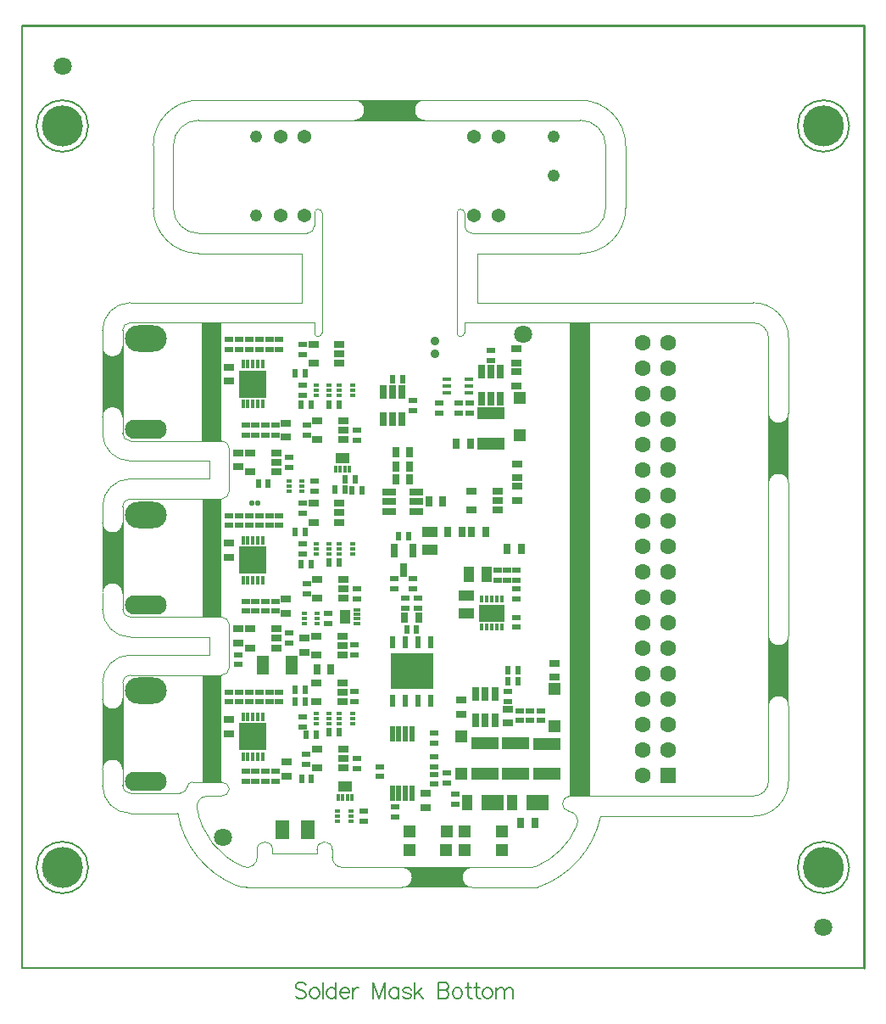
<source format=gbs>
G04*
G04 #@! TF.GenerationSoftware,Altium Limited,Altium Designer,18.1.9 (240)*
G04*
G04 Layer_Color=16711935*
%FSLAX25Y25*%
%MOIN*%
G70*
G01*
G75*
%ADD10C,0.01000*%
%ADD13C,0.00118*%
%ADD14C,0.00504*%
%ADD15C,0.00158*%
%ADD16C,0.00787*%
%ADD49C,0.00799*%
%ADD50C,0.00197*%
%ADD51C,0.07087*%
%ADD52R,0.02756X0.04331*%
%ADD53R,0.04134X0.06496*%
%ADD62R,0.03347X0.02362*%
%ADD65R,0.04724X0.04724*%
%ADD80R,0.02362X0.03347*%
%ADD81R,0.04331X0.02756*%
%ADD83R,0.06496X0.04134*%
%ADD84R,0.11024X0.04921*%
%ADD85C,0.05394*%
%ADD86C,0.15787*%
%ADD87R,0.06299X0.06299*%
%ADD88C,0.06299*%
%ADD89C,0.04894*%
%ADD90O,0.16394X0.10394*%
%ADD91O,0.16394X0.07594*%
%ADD92C,0.03543*%
%ADD93C,0.02165*%
%ADD145R,0.09055X0.05906*%
%ADD146R,0.03937X0.05906*%
%ADD147R,0.05394X0.07394*%
%ADD148R,0.01575X0.03051*%
%ADD149R,0.09843X0.06890*%
%ADD150R,0.02756X0.05315*%
%ADD151R,0.03740X0.01772*%
%ADD152R,0.05709X0.04331*%
%ADD153R,0.01378X0.03150*%
%ADD154R,0.10827X0.10827*%
%ADD155R,0.01378X0.03740*%
%ADD156R,0.02362X0.01575*%
%ADD157R,0.02362X0.04724*%
%ADD158R,0.16535X0.14173*%
%ADD159R,0.02165X0.06102*%
%ADD160R,0.03150X0.01378*%
%ADD161R,0.04331X0.05709*%
%ADD162R,0.04724X0.04724*%
%ADD163R,0.02756X0.05512*%
%ADD164R,0.05118X0.07480*%
%ADD165R,0.04331X0.02756*%
%ADD166R,0.05315X0.02756*%
G36*
X158117Y340514D02*
X158130Y340502D01*
X157141Y340357D01*
X156551Y340160D01*
X155763Y339766D01*
X155173Y339176D01*
X154779Y338585D01*
X154385Y337798D01*
X154188Y336420D01*
X154385Y335239D01*
X155173Y333959D01*
X155665Y333566D01*
X156354Y333073D01*
X157338Y332680D01*
X158130Y332640D01*
X130544D01*
X131255Y332680D01*
X131944Y332877D01*
X132633Y333270D01*
X133322Y333763D01*
X133814Y334353D01*
X134208Y335140D01*
X134405Y335829D01*
X134503Y336617D01*
X134405Y337404D01*
X134110Y338290D01*
X133322Y339373D01*
X132732Y339865D01*
X132043Y340259D01*
X131255Y340455D01*
X130544Y340514D01*
X158117Y340514D01*
D02*
G37*
G36*
X39375Y216064D02*
X39335Y216775D01*
X39138Y217464D01*
X38745Y218153D01*
X38252Y218842D01*
X37662Y219334D01*
X36875Y219728D01*
X36186Y219924D01*
X35398Y220023D01*
X34611Y219924D01*
X33725Y219629D01*
X32642Y218842D01*
X32150Y218251D01*
X31756Y217562D01*
X31560Y216775D01*
X31501Y216064D01*
X31501Y243637D01*
X31513Y243649D01*
X31658Y242661D01*
X31855Y242070D01*
X32249Y241283D01*
X32839Y240692D01*
X33430Y240299D01*
X34217Y239905D01*
X35595Y239708D01*
X36776Y239905D01*
X38056Y240692D01*
X38449Y241184D01*
X38941Y241873D01*
X39335Y242858D01*
X39375Y243649D01*
Y216064D01*
D02*
G37*
G36*
X301229Y189965D02*
X301189Y190676D01*
X300992Y191365D01*
X300599Y192054D01*
X300107Y192743D01*
X299516Y193235D01*
X298729Y193629D01*
X298040Y193825D01*
X297252Y193924D01*
X296465Y193825D01*
X295579Y193530D01*
X294496Y192743D01*
X294004Y192152D01*
X293611Y191463D01*
X293414Y190676D01*
X293355Y189965D01*
X293355Y217537D01*
X293367Y217550D01*
X293512Y216562D01*
X293709Y215971D01*
X294103Y215184D01*
X294693Y214593D01*
X295284Y214199D01*
X296071Y213806D01*
X297449Y213609D01*
X298630Y213806D01*
X299910Y214593D01*
X300304Y215085D01*
X300796Y215774D01*
X301189Y216758D01*
X301229Y217550D01*
Y189965D01*
D02*
G37*
G36*
X70556Y253055D02*
X78227D01*
X78214Y206645D01*
X70556D01*
Y253055D01*
X70556Y253055D01*
D02*
G37*
G36*
X39375Y146844D02*
X39335Y147555D01*
X39138Y148244D01*
X38745Y148933D01*
X38252Y149622D01*
X37662Y150114D01*
X36875Y150508D01*
X36186Y150704D01*
X35398Y150803D01*
X34611Y150704D01*
X33725Y150409D01*
X32642Y149622D01*
X32150Y149031D01*
X31756Y148342D01*
X31560Y147555D01*
X31501Y146844D01*
X31501Y174417D01*
X31513Y174429D01*
X31658Y173441D01*
X31855Y172850D01*
X32249Y172063D01*
X32839Y171472D01*
X33430Y171078D01*
X34217Y170685D01*
X35595Y170488D01*
X36776Y170685D01*
X38056Y171472D01*
X38449Y171964D01*
X38941Y172653D01*
X39335Y173637D01*
X39375Y174429D01*
Y146844D01*
D02*
G37*
G36*
X70871Y183835D02*
X78227D01*
X78214Y137425D01*
X70871Y137425D01*
Y183835D01*
X70871Y183835D01*
D02*
G37*
G36*
X301229Y102560D02*
X301189Y103271D01*
X300992Y103960D01*
X300599Y104649D01*
X300107Y105338D01*
X299516Y105830D01*
X298729Y106223D01*
X298040Y106420D01*
X297252Y106519D01*
X296465Y106420D01*
X295579Y106125D01*
X294496Y105338D01*
X294004Y104747D01*
X293611Y104058D01*
X293414Y103271D01*
X293355Y102560D01*
X293355Y130132D01*
X293367Y130145D01*
X293512Y129156D01*
X293709Y128566D01*
X294103Y127778D01*
X294693Y127188D01*
X295284Y126794D01*
X296071Y126400D01*
X297449Y126204D01*
X298630Y126400D01*
X299910Y127188D01*
X300304Y127680D01*
X300796Y128369D01*
X301189Y129353D01*
X301229Y130145D01*
Y102560D01*
D02*
G37*
G36*
X39375Y77624D02*
X39335Y78335D01*
X39138Y79024D01*
X38745Y79713D01*
X38252Y80402D01*
X37662Y80894D01*
X36875Y81287D01*
X36186Y81484D01*
X35398Y81583D01*
X34611Y81484D01*
X33725Y81189D01*
X32642Y80402D01*
X32150Y79811D01*
X31756Y79122D01*
X31560Y78335D01*
X31501Y77624D01*
X31501Y105197D01*
X31513Y105209D01*
X31658Y104221D01*
X31855Y103630D01*
X32249Y102843D01*
X32839Y102252D01*
X33430Y101858D01*
X34217Y101465D01*
X35595Y101268D01*
X36776Y101465D01*
X38056Y102252D01*
X38449Y102744D01*
X38941Y103433D01*
X39335Y104417D01*
X39375Y105209D01*
Y77624D01*
D02*
G37*
G36*
X78214Y72595D02*
X70871Y72595D01*
Y114615D01*
X78227D01*
X78214Y72595D01*
D02*
G37*
G36*
X223132Y67055D02*
X223123Y67045D01*
X215093D01*
Y253055D01*
X223132D01*
Y67055D01*
D02*
G37*
G36*
X176872Y39059D02*
X176885Y39046D01*
X175896Y38901D01*
X175305Y38705D01*
X174518Y38311D01*
X173927Y37720D01*
X173534Y37130D01*
X173140Y36342D01*
X172943Y34964D01*
X173140Y33783D01*
X173927Y32504D01*
X174420Y32110D01*
X175109Y31618D01*
X176093Y31224D01*
X176885Y31185D01*
X149299D01*
X150010Y31224D01*
X150699Y31421D01*
X151388Y31815D01*
X152077Y32307D01*
X152569Y32897D01*
X152963Y33685D01*
X153160Y34374D01*
X153258Y35161D01*
X153160Y35949D01*
X152865Y36834D01*
X152077Y37917D01*
X151487Y38409D01*
X150798Y38803D01*
X150010Y39000D01*
X149299Y39059D01*
X176872Y39059D01*
D02*
G37*
D10*
X0Y369767D02*
X330709D01*
Y-311D02*
Y369767D01*
D13*
X322854Y39026D02*
G03*
X322854Y39026I-7894J0D01*
G01*
X23642D02*
G03*
X23642Y39026I-7894J0D01*
G01*
Y330365D02*
G03*
X23642Y330365I-7894J0D01*
G01*
X69337Y332640D02*
G03*
X59337Y322640I0J-10000D01*
G01*
X130544Y332640D02*
G03*
X130544Y340514I0J3937D01*
G01*
X158130D02*
G03*
X158130Y332640I0J-3937D01*
G01*
X31501Y243643D02*
G03*
X39375Y243643I3937J0D01*
G01*
Y216057D02*
G03*
X31501Y216057I-3937J0D01*
G01*
X39375Y146837D02*
G03*
X31501Y146837I-3937J0D01*
G01*
Y174423D02*
G03*
X39375Y174423I3937J0D01*
G01*
Y77617D02*
G03*
X31501Y77617I-3937J0D01*
G01*
Y105203D02*
G03*
X39375Y105203I3937J0D01*
G01*
X301229Y189965D02*
G03*
X293355Y189965I-3937J0D01*
G01*
Y217550D02*
G03*
X301229Y217550I3937J0D01*
G01*
Y102560D02*
G03*
X293355Y102560I-3937J0D01*
G01*
Y130145D02*
G03*
X301229Y130145I3937J0D01*
G01*
X176885Y39059D02*
G03*
X176885Y31185I0J-3937D01*
G01*
X149299D02*
G03*
X149299Y39059I0J3937D01*
G01*
X322859Y330398D02*
G03*
X322859Y330398I-7894J0D01*
G01*
X23646D02*
G03*
X23646Y330398I-7894J0D01*
G01*
X293355Y247055D02*
G03*
X287355Y253055I-6000J0D01*
G01*
Y67055D02*
G03*
X293355Y73055I0J6000D01*
G01*
X215337Y67055D02*
G03*
X215093Y67045I0J-3000D01*
G01*
X42375Y253055D02*
G03*
X39375Y250055I0J-3000D01*
G01*
Y209645D02*
G03*
X42375Y206645I3000J0D01*
G01*
X59337Y298140D02*
G03*
X69337Y288140I10000J0D01*
G01*
X111837D02*
G03*
X114837Y291140I0J3000D01*
G01*
X173837Y296140D02*
G03*
X170837Y296140I-1500J0D01*
G01*
X173837Y291140D02*
G03*
X176837Y288140I3000J-0D01*
G01*
X229337Y322640D02*
G03*
X219337Y332640I-10000J0D01*
G01*
X117837Y296140D02*
G03*
X114837Y296140I-1500J0D01*
G01*
X69337Y332640D02*
G03*
X59337Y322640I0J-10000D01*
G01*
X219337Y288140D02*
G03*
X229337Y298140I-0J10000D01*
G01*
X98337Y46055D02*
G03*
X92337Y46055I-3000J0D01*
G01*
X86799Y39362D02*
G03*
X92337Y43055I1539J3692D01*
G01*
X68694Y62439D02*
G03*
X86799Y39362I29643J4615D01*
G01*
X72646Y67055D02*
G03*
X68694Y62439I0J-4000D01*
G01*
X78337Y67055D02*
G03*
X81328Y69825I0J3000D01*
G01*
D02*
G03*
X78337Y72595I-2991J-230D01*
G01*
X170837Y249118D02*
G03*
X173837Y249118I1500J0D01*
G01*
X214932Y67027D02*
G03*
X214921Y61084I405J-2973D01*
G01*
X81337Y134425D02*
G03*
X78337Y137425I-3000J0D01*
G01*
Y183835D02*
G03*
X81337Y186835I0J3000D01*
G01*
X78337Y114615D02*
G03*
X81337Y117615I0J3000D01*
G01*
Y203645D02*
G03*
X78337Y206645I-3000J0D01*
G01*
X200347Y39059D02*
G03*
X201887Y39367I0J4000D01*
G01*
X121837Y43059D02*
G03*
X125837Y39059I4000J0D01*
G01*
X218062Y55595D02*
G03*
X214921Y61084I-3697J1528D01*
G01*
X201887Y39367D02*
G03*
X218062Y55595I-11550J27688D01*
G01*
X121837Y46055D02*
G03*
X115837Y46055I-3000J0D01*
G01*
X114837Y249118D02*
G03*
X117837Y249118I1500J0D01*
G01*
X66809Y72595D02*
G03*
X64854Y70855I0J-1969D01*
G01*
X61875Y68205D02*
G03*
X64854Y70855I0J3000D01*
G01*
X39375Y71205D02*
G03*
X42375Y68205I3000J0D01*
G01*
Y114615D02*
G03*
X39375Y111615I0J-3000D01*
G01*
X42375Y183835D02*
G03*
X39375Y180835I0J-3000D01*
G01*
Y140425D02*
G03*
X42375Y137425I3000J0D01*
G01*
X51463Y298140D02*
G03*
X69337Y280266I17874J0D01*
G01*
Y340514D02*
G03*
X51463Y322640I0J-17874D01*
G01*
X237211D02*
G03*
X219337Y340514I-17874J0D01*
G01*
Y280266D02*
G03*
X237211Y298140I-0J17874D01*
G01*
X42375Y260929D02*
G03*
X31501Y250055I0J-10874D01*
G01*
Y209645D02*
G03*
X42375Y198771I10874J0D01*
G01*
Y191709D02*
G03*
X31501Y180835I0J-10874D01*
G01*
Y140425D02*
G03*
X42375Y129551I10874J0D01*
G01*
Y122489D02*
G03*
X31501Y111615I0J-10874D01*
G01*
Y71205D02*
G03*
X42375Y60331I10874J0D01*
G01*
X61065D02*
G03*
X83770Y32094I37272J6724D01*
G01*
X83770Y32094D02*
G03*
X88650Y31185I4567J10961D01*
G01*
X202494Y31185D02*
G03*
X227384Y59181I-12157J35870D01*
G01*
X287355D02*
G03*
X301229Y73055I0J13874D01*
G01*
Y247055D02*
G03*
X287355Y260929I-13874J0D01*
G01*
X59337Y322640D02*
X59337D01*
X238236Y67055D02*
X287355D01*
X238236Y253055D02*
X287355D01*
X293355Y73055D02*
Y102570D01*
X215337Y67055D02*
X223132D01*
X215093Y253055D02*
X223132D01*
X78214Y72595D02*
X78227D01*
X78214Y114615D02*
X78227D01*
X78214Y137425D02*
X78227D01*
X78214Y183835D02*
X78227D01*
X78214Y206645D02*
X78227D01*
X78214Y253055D02*
X114837D01*
X117837Y251874D02*
Y252679D01*
X170837Y251874D02*
Y252679D01*
X173837Y253055D02*
X215093D01*
X214932Y67027D02*
X215093Y67045D01*
X70871Y114615D02*
X72649D01*
X70871Y72595D02*
X72649D01*
X170837Y292867D02*
Y292873D01*
X117837Y292867D02*
Y292873D01*
X170837Y284827D02*
Y292867D01*
X117837Y284827D02*
Y292867D01*
X72649Y72595D02*
X78214D01*
X72649Y114615D02*
X78214D01*
X70871Y137425D02*
X72649D01*
X70871Y183835D02*
X72649D01*
X70871Y253055D02*
X72649D01*
X70871Y206645D02*
X72649D01*
Y137425D02*
X78214D01*
X72649Y183835D02*
X78214D01*
X170837Y257368D02*
Y262504D01*
X117837Y257368D02*
Y262504D01*
X233133Y67055D02*
X238236D01*
X223132Y253055D02*
X238236D01*
X72649Y206645D02*
X78214D01*
X72649Y253055D02*
X78214D01*
X117837Y252679D02*
Y257368D01*
X170837Y252679D02*
Y257368D01*
Y267194D02*
Y284827D01*
X117837Y267194D02*
Y284827D01*
Y262504D02*
Y267194D01*
X170837Y262504D02*
Y267194D01*
X42375Y253055D02*
X70871D01*
X42375Y206645D02*
X70871D01*
X223132Y67055D02*
X233133D01*
X173837Y291140D02*
Y296140D01*
X170837Y292873D02*
Y296140D01*
X69337Y288140D02*
X111837D01*
X59337Y298140D02*
Y322640D01*
X114837Y291140D02*
Y296140D01*
X117837Y292873D02*
Y296140D01*
X69337Y332641D02*
X130553D01*
X229337Y298140D02*
Y322640D01*
X176837Y288140D02*
X219337D01*
X92337Y43055D02*
Y46055D01*
X72646Y67055D02*
X78337D01*
X78227Y72595D02*
X78337D01*
X78227Y114615D02*
X78337D01*
X170837Y249118D02*
Y251874D01*
X173837Y249118D02*
Y253055D01*
X115837Y44413D02*
Y46055D01*
X98337Y44413D02*
X115837D01*
X98337D02*
Y46055D01*
X78227Y206645D02*
X78337D01*
X78227Y253055D02*
X114837Y253055D01*
X81337Y117615D02*
Y134425D01*
X78227Y137425D02*
X78337D01*
X78227Y183835D02*
X78337D01*
X125837Y39059D02*
X149312D01*
X114837Y249118D02*
Y253055D01*
X81337Y186835D02*
Y203645D01*
X117837Y249118D02*
Y251874D01*
X121837Y43059D02*
Y46055D01*
X42375Y114615D02*
X70871D01*
X66809Y72595D02*
X70871D01*
X42375Y68205D02*
X61875D01*
X39375Y71205D02*
Y77617D01*
X42375Y183835D02*
X70871D01*
X42375Y137425D02*
X70871D01*
X39375Y140425D02*
Y146837D01*
X69337Y280266D02*
X109963D01*
X51463Y298140D02*
Y322640D01*
X69337Y340514D02*
X130544D01*
X237211Y298140D02*
Y322640D01*
X178711Y280266D02*
X219337D01*
X109963Y260929D02*
Y280266D01*
X178711Y260929D02*
Y280266D01*
X42375Y260929D02*
X109963D01*
X31501Y209645D02*
Y216064D01*
X42375Y198771D02*
X73463D01*
Y191709D02*
Y198771D01*
X42375Y191709D02*
X73463D01*
X31501Y140425D02*
Y146844D01*
X42375Y129551D02*
X73463D01*
Y122489D02*
Y129551D01*
X42375Y122489D02*
X73463D01*
X31501Y71205D02*
Y77624D01*
X42375Y60331D02*
X61065D01*
X88024Y31185D02*
X149299D01*
X227384Y59181D02*
X287355D01*
X301229Y73055D02*
Y102560D01*
X178711Y260929D02*
X287355D01*
X117837Y262504D02*
Y267194D01*
X293355Y217540D02*
Y247055D01*
Y130135D02*
Y189975D01*
X176872Y39059D02*
X200347D01*
X31501Y105196D02*
Y111615D01*
Y174416D02*
Y180835D01*
Y243636D02*
Y250055D01*
X158121Y332641D02*
X219337D01*
X39375Y174423D02*
Y180835D01*
Y243643D02*
Y250055D01*
Y105203D02*
Y111615D01*
X176885Y31185D02*
X202494D01*
X158130Y340514D02*
X219337D01*
X301229Y217550D02*
Y247055D01*
Y130145D02*
Y189965D01*
X39375Y209645D02*
Y216057D01*
D14*
X0Y-312D02*
X330709D01*
X0Y-311D02*
Y369768D01*
D15*
X215337Y67055D02*
G03*
X215093Y67045I0J-3000D01*
G01*
X218062Y55595D02*
G03*
X214921Y61084I-3697J1528D01*
G01*
X201887Y39367D02*
G03*
X218062Y55595I-11550J27688D01*
G01*
X200347Y39059D02*
G03*
X201887Y39367I0J4000D01*
G01*
X121837Y43059D02*
G03*
X125837Y39059I4000J0D01*
G01*
X121837Y46055D02*
G03*
X115837Y46055I-3000J0D01*
G01*
X98337D02*
G03*
X92337Y46055I-3000J0D01*
G01*
X86799Y39362D02*
G03*
X92337Y43055I1539J3692D01*
G01*
X68694Y62439D02*
G03*
X86799Y39362I29643J4615D01*
G01*
X72646Y67055D02*
G03*
X68694Y62439I0J-4000D01*
G01*
X78337Y67055D02*
G03*
X81328Y69825I0J3000D01*
G01*
D02*
G03*
X78337Y72595I-2991J-230D01*
G01*
Y114615D02*
G03*
X81337Y117615I0J3000D01*
G01*
Y134425D02*
G03*
X78337Y137425I-3000J0D01*
G01*
Y183835D02*
G03*
X81337Y186835I0J3000D01*
G01*
Y203645D02*
G03*
X78337Y206645I-3000J0D01*
G01*
X114837Y249118D02*
G03*
X117837Y249118I1500J0D01*
G01*
X170837D02*
G03*
X173837Y249118I1500J0D01*
G01*
X215093Y67045D02*
G03*
X214921Y61084I244J-2990D01*
G01*
X39375Y71205D02*
G03*
X42375Y68205I3000J0D01*
G01*
Y114615D02*
G03*
X39375Y111615I0J-3000D01*
G01*
X66809Y72595D02*
G03*
X64854Y70855I0J-1969D01*
G01*
X61875Y68205D02*
G03*
X64854Y70855I0J3000D01*
G01*
X117837Y296140D02*
G03*
X114837Y296140I-1500J0D01*
G01*
X111837Y288140D02*
G03*
X114837Y291140I0J3000D01*
G01*
X229337Y322640D02*
G03*
X219337Y332640I-10000J0D01*
G01*
X173837Y291140D02*
G03*
X176837Y288140I3000J0D01*
G01*
X173837Y296140D02*
G03*
X170837Y296140I-1500J0D01*
G01*
X59337Y298140D02*
G03*
X69337Y288140I10000J0D01*
G01*
Y332640D02*
G03*
X59337Y322640I0J-10000D01*
G01*
X219337Y288140D02*
G03*
X229337Y298140I0J10000D01*
G01*
X42375Y183835D02*
G03*
X39375Y180835I0J-3000D01*
G01*
Y140425D02*
G03*
X42375Y137425I3000J0D01*
G01*
X39375Y209645D02*
G03*
X42375Y206645I3000J0D01*
G01*
Y253055D02*
G03*
X39375Y250055I0J-3000D01*
G01*
X293355Y247055D02*
G03*
X287355Y253055I-6000J0D01*
G01*
Y67055D02*
G03*
X293355Y73055I0J6000D01*
G01*
X215337Y67055D02*
X223132D01*
X215093Y253055D02*
X223132D01*
X125837Y39059D02*
X200347D01*
X121837Y43059D02*
Y46055D01*
X115837Y44413D02*
Y46055D01*
X98337Y44413D02*
X115837D01*
X98337D02*
Y46055D01*
X92337Y43055D02*
Y46055D01*
X72646Y67055D02*
X78337D01*
X78214Y72595D02*
X78337D01*
X78214Y114615D02*
X78337D01*
X81337Y117615D02*
Y134425D01*
X78214Y137425D02*
X78337D01*
X78214Y183835D02*
X78337D01*
X81337Y186835D02*
Y203645D01*
X78214Y206645D02*
X78337D01*
X78214Y253055D02*
X114837D01*
Y249118D02*
Y253055D01*
X117837Y249118D02*
Y252679D01*
X170837Y249118D02*
Y252679D01*
X173837Y249118D02*
Y253055D01*
X215093D01*
X42375Y68205D02*
X61875D01*
X39375Y71205D02*
Y111615D01*
X42375Y114615D02*
X72649D01*
X66809Y72595D02*
X72649D01*
X114837Y291140D02*
Y296140D01*
X69337Y288140D02*
X111837D01*
X69337Y332640D02*
X219337D01*
X229337Y298140D02*
Y322640D01*
X173837Y291140D02*
Y296140D01*
X170837Y292867D02*
Y296140D01*
X59337Y298140D02*
Y322640D01*
X117837Y292867D02*
Y296140D01*
X176837Y288140D02*
X219337D01*
X42375Y183835D02*
X72649D01*
X39375Y140425D02*
Y180835D01*
X42375Y137425D02*
X72649D01*
X42375Y253055D02*
X72649D01*
X42375Y206645D02*
X72649D01*
Y137425D02*
X78214D01*
X72649Y183835D02*
X78214D01*
X170837Y252679D02*
Y257368D01*
X117837Y252679D02*
Y257368D01*
X72649Y206645D02*
X78214D01*
X72649Y253055D02*
X78214D01*
X72649Y72595D02*
X78214D01*
X72649Y114615D02*
X78214D01*
X170837Y257368D02*
Y262504D01*
X117837Y257368D02*
Y262504D01*
X170837Y284827D02*
Y292867D01*
X117837Y284827D02*
Y292867D01*
X170837Y267194D02*
Y284827D01*
X117837Y267194D02*
Y284827D01*
X293355Y73055D02*
Y247055D01*
X223132Y253055D02*
X287355D01*
X223132Y67055D02*
X287355D01*
X117837Y262504D02*
Y267194D01*
X170837Y262504D02*
Y267194D01*
X39375Y209645D02*
Y250055D01*
D16*
X111585Y-7102D02*
X110985Y-6502D01*
X110085Y-6202D01*
X108886D01*
X107986Y-6502D01*
X107386Y-7102D01*
Y-7702D01*
X107686Y-8301D01*
X107986Y-8601D01*
X108586Y-8901D01*
X110385Y-9501D01*
X110985Y-9801D01*
X111285Y-10101D01*
X111585Y-10701D01*
Y-11600D01*
X110985Y-12200D01*
X110085Y-12500D01*
X108886D01*
X107986Y-12200D01*
X107386Y-11600D01*
X114494Y-8301D02*
X113894Y-8601D01*
X113294Y-9201D01*
X112995Y-10101D01*
Y-10701D01*
X113294Y-11600D01*
X113894Y-12200D01*
X114494Y-12500D01*
X115394D01*
X115993Y-12200D01*
X116593Y-11600D01*
X116893Y-10701D01*
Y-10101D01*
X116593Y-9201D01*
X115993Y-8601D01*
X115394Y-8301D01*
X114494D01*
X118273Y-6202D02*
Y-12500D01*
X123191Y-6202D02*
Y-12500D01*
Y-9201D02*
X122591Y-8601D01*
X121991Y-8301D01*
X121092D01*
X120492Y-8601D01*
X119892Y-9201D01*
X119592Y-10101D01*
Y-10701D01*
X119892Y-11600D01*
X120492Y-12200D01*
X121092Y-12500D01*
X121991D01*
X122591Y-12200D01*
X123191Y-11600D01*
X124870Y-10101D02*
X128469D01*
Y-9501D01*
X128169Y-8901D01*
X127869Y-8601D01*
X127270Y-8301D01*
X126370D01*
X125770Y-8601D01*
X125170Y-9201D01*
X124870Y-10101D01*
Y-10701D01*
X125170Y-11600D01*
X125770Y-12200D01*
X126370Y-12500D01*
X127270D01*
X127869Y-12200D01*
X128469Y-11600D01*
X129819Y-8301D02*
Y-12500D01*
Y-10101D02*
X130119Y-9201D01*
X130718Y-8601D01*
X131318Y-8301D01*
X132218D01*
X137736Y-6202D02*
Y-12500D01*
Y-6202D02*
X140135Y-12500D01*
X142534Y-6202D02*
X140135Y-12500D01*
X142534Y-6202D02*
Y-12500D01*
X147933Y-8301D02*
Y-12500D01*
Y-9201D02*
X147333Y-8601D01*
X146733Y-8301D01*
X145833D01*
X145234Y-8601D01*
X144634Y-9201D01*
X144334Y-10101D01*
Y-10701D01*
X144634Y-11600D01*
X145234Y-12200D01*
X145833Y-12500D01*
X146733D01*
X147333Y-12200D01*
X147933Y-11600D01*
X152911Y-9201D02*
X152611Y-8601D01*
X151711Y-8301D01*
X150812D01*
X149912Y-8601D01*
X149612Y-9201D01*
X149912Y-9801D01*
X150512Y-10101D01*
X152011Y-10401D01*
X152611Y-10701D01*
X152911Y-11300D01*
Y-11600D01*
X152611Y-12200D01*
X151711Y-12500D01*
X150812D01*
X149912Y-12200D01*
X149612Y-11600D01*
X154230Y-6202D02*
Y-12500D01*
X157229Y-8301D02*
X154230Y-11300D01*
X155430Y-10101D02*
X157529Y-12500D01*
X163467Y-6202D02*
Y-12500D01*
Y-6202D02*
X166166D01*
X167066Y-6502D01*
X167366Y-6802D01*
X167666Y-7402D01*
Y-8002D01*
X167366Y-8601D01*
X167066Y-8901D01*
X166166Y-9201D01*
X163467D02*
X166166D01*
X167066Y-9501D01*
X167366Y-9801D01*
X167666Y-10401D01*
Y-11300D01*
X167366Y-11900D01*
X167066Y-12200D01*
X166166Y-12500D01*
X163467D01*
X170575Y-8301D02*
X169975Y-8601D01*
X169375Y-9201D01*
X169075Y-10101D01*
Y-10701D01*
X169375Y-11600D01*
X169975Y-12200D01*
X170575Y-12500D01*
X171475D01*
X172074Y-12200D01*
X172674Y-11600D01*
X172974Y-10701D01*
Y-10101D01*
X172674Y-9201D01*
X172074Y-8601D01*
X171475Y-8301D01*
X170575D01*
X175253Y-6202D02*
Y-11300D01*
X175553Y-12200D01*
X176153Y-12500D01*
X176753D01*
X174354Y-8301D02*
X176453D01*
X178552Y-6202D02*
Y-11300D01*
X178852Y-12200D01*
X179452Y-12500D01*
X180052D01*
X177653Y-8301D02*
X179752D01*
X182451D02*
X181851Y-8601D01*
X181251Y-9201D01*
X180951Y-10101D01*
Y-10701D01*
X181251Y-11600D01*
X181851Y-12200D01*
X182451Y-12500D01*
X183351D01*
X183950Y-12200D01*
X184550Y-11600D01*
X184850Y-10701D01*
Y-10101D01*
X184550Y-9201D01*
X183950Y-8601D01*
X183351Y-8301D01*
X182451D01*
X186230D02*
Y-12500D01*
Y-9501D02*
X187129Y-8601D01*
X187729Y-8301D01*
X188629D01*
X189229Y-8601D01*
X189529Y-9501D01*
Y-12500D01*
Y-9501D02*
X190428Y-8601D01*
X191028Y-8301D01*
X191928D01*
X192527Y-8601D01*
X192827Y-9501D01*
Y-12500D01*
D49*
X325059Y39026D02*
G03*
X325059Y39026I-10138J0D01*
G01*
X25846D02*
G03*
X25846Y39026I-10138J0D01*
G01*
Y330365D02*
G03*
X25846Y330365I-10138J0D01*
G01*
X325059D02*
G03*
X325059Y330365I-10138J0D01*
G01*
D50*
X61875Y68205D02*
G03*
X64854Y70855I0J3000D01*
G01*
X66809Y72595D02*
G03*
X64854Y70855I0J-1969D01*
G01*
X81328Y69825D02*
G03*
X78337Y72595I-2991J-230D01*
G01*
Y67055D02*
G03*
X81328Y69825I0J3000D01*
G01*
X72646Y67055D02*
G03*
X68694Y62439I0J-4000D01*
G01*
Y62439D02*
G03*
X86799Y39362I29643J4615D01*
G01*
D02*
G03*
X92337Y43055I1539J3692D01*
G01*
X98337Y46055D02*
G03*
X92337Y46055I-3000J0D01*
G01*
X121837D02*
G03*
X115837Y46055I-3000J0D01*
G01*
X121837Y43059D02*
G03*
X125837Y39059I4000J0D01*
G01*
X200347D02*
G03*
X201887Y39367I0J4000D01*
G01*
X201887D02*
G03*
X218062Y55595I-11550J27688D01*
G01*
D02*
G03*
X214921Y61084I-3697J1528D01*
G01*
X215093Y67045D02*
G03*
X214921Y61084I244J-2990D01*
G01*
X215337Y67055D02*
G03*
X215093Y67045I0J-3000D01*
G01*
X287355Y67055D02*
G03*
X293355Y73055I0J6000D01*
G01*
Y247055D02*
G03*
X287355Y253055I-6000J0D01*
G01*
X170837Y249118D02*
G03*
X173837Y249118I1500J0D01*
G01*
Y296140D02*
G03*
X170837Y296140I-1500J0D01*
G01*
X173837Y291140D02*
G03*
X176837Y288140I3000J0D01*
G01*
X219337D02*
G03*
X229337Y298140I0J10000D01*
G01*
Y322640D02*
G03*
X219337Y332640I-10000J0D01*
G01*
X69337D02*
G03*
X59337Y322640I0J-10000D01*
G01*
Y298140D02*
G03*
X69337Y288140I10000J0D01*
G01*
X111837D02*
G03*
X114837Y291140I0J3000D01*
G01*
X117837Y296140D02*
G03*
X114837Y296140I-1500J0D01*
G01*
Y249118D02*
G03*
X117837Y249118I1500J0D01*
G01*
X42375Y253055D02*
G03*
X39375Y250055I0J-3000D01*
G01*
Y209645D02*
G03*
X42375Y206645I3000J0D01*
G01*
X81337Y203645D02*
G03*
X78337Y206645I-3000J0D01*
G01*
Y183835D02*
G03*
X81337Y186835I0J3000D01*
G01*
X42375Y183835D02*
G03*
X39375Y180835I0J-3000D01*
G01*
Y140425D02*
G03*
X42375Y137425I3000J0D01*
G01*
X81337Y134425D02*
G03*
X78337Y137425I-3000J0D01*
G01*
Y114615D02*
G03*
X81337Y117615I0J3000D01*
G01*
X42375Y114615D02*
G03*
X39375Y111615I0J-3000D01*
G01*
Y71205D02*
G03*
X42375Y68205I3000J0D01*
G01*
Y68205D02*
X61875D01*
Y68205D01*
X64854Y70855D02*
X64854D01*
X66809Y72595D02*
Y72595D01*
Y72595D02*
X78337D01*
X72646Y67055D02*
X78337D01*
X68694Y62439D02*
Y62439D01*
X92337Y43055D02*
Y46055D01*
X92337D01*
X98337Y44413D02*
Y46055D01*
Y44413D02*
X115837D01*
Y46055D01*
X121837Y43059D02*
Y46055D01*
Y43059D02*
X121837D01*
X125837Y39059D02*
X200347D01*
X201887Y39367D02*
X201887D01*
X215337Y67055D02*
Y67055D01*
X287355D01*
X293355Y73055D02*
Y247055D01*
X287355Y253055D02*
Y253055D01*
X173837D02*
X287355D01*
X173837Y249118D02*
Y253055D01*
X170837Y249118D02*
X170837D01*
X170837D02*
Y296140D01*
X170837D01*
X173837Y291140D02*
Y296140D01*
X176837Y288140D02*
X219337D01*
X229337Y298140D02*
Y322640D01*
X69337Y332640D02*
X219337D01*
X59337Y298140D02*
Y322640D01*
X69337Y288140D02*
X111837D01*
X114837Y291140D02*
Y296140D01*
X117837Y249118D02*
Y296140D01*
X114837Y249118D02*
Y253055D01*
X42375D02*
X114837D01*
X42375Y253055D02*
Y253055D01*
X39375Y209645D02*
Y250055D01*
X42375Y206645D02*
X78337D01*
Y206645D02*
Y206645D01*
X81337Y203645D02*
X81337D01*
Y186835D02*
Y203645D01*
X81337Y186835D02*
X81337D01*
X42375Y183835D02*
X78337D01*
X39375Y140425D02*
Y180835D01*
X42375Y137425D02*
X78337D01*
X81337Y134425D02*
X81337D01*
Y117615D02*
Y134425D01*
X81337Y117615D02*
X81337D01*
X78337Y114615D02*
Y114615D01*
X42375Y114615D02*
X78337D01*
X39375Y71205D02*
Y111615D01*
D51*
X196850Y248672D02*
D03*
X78740Y50837D02*
D03*
X15748Y353987D02*
D03*
X314961Y15404D02*
D03*
D52*
X159754Y182722D02*
D03*
X165266D02*
D03*
X152274Y191532D02*
D03*
X146762D02*
D03*
Y196502D02*
D03*
X152274D02*
D03*
X146762Y202309D02*
D03*
X152274D02*
D03*
X170581Y205655D02*
D03*
X176093D02*
D03*
X201487Y56384D02*
D03*
X195975D02*
D03*
X121270Y117014D02*
D03*
X115758D02*
D03*
X190660Y164317D02*
D03*
X196172D02*
D03*
X182195Y170899D02*
D03*
X176683D02*
D03*
X167235Y170813D02*
D03*
X172747D02*
D03*
X150305Y137315D02*
D03*
X155817D02*
D03*
D53*
X175510Y154081D02*
D03*
X182597D02*
D03*
D62*
X81318Y246502D02*
D03*
Y242565D02*
D03*
X85246Y242565D02*
D03*
Y246502D02*
D03*
X89183Y242565D02*
D03*
Y246502D02*
D03*
X93120D02*
D03*
Y242565D02*
D03*
X97057Y246502D02*
D03*
Y242565D02*
D03*
X100995D02*
D03*
Y246502D02*
D03*
X110148Y240596D02*
D03*
Y244533D02*
D03*
Y224651D02*
D03*
Y228588D02*
D03*
X87707Y208904D02*
D03*
Y212841D02*
D03*
X91645D02*
D03*
Y208904D02*
D03*
X95582Y212841D02*
D03*
Y208904D02*
D03*
X99519Y212841D02*
D03*
Y208904D02*
D03*
X104833Y196305D02*
D03*
Y200242D02*
D03*
X81318Y177302D02*
D03*
Y173365D02*
D03*
X85246D02*
D03*
Y177302D02*
D03*
X89183Y173364D02*
D03*
Y177301D02*
D03*
X93120Y177309D02*
D03*
Y173372D02*
D03*
X97057D02*
D03*
Y177309D02*
D03*
X100995D02*
D03*
Y173372D02*
D03*
X110149Y178187D02*
D03*
Y182124D02*
D03*
X110148Y162242D02*
D03*
Y166179D02*
D03*
X111723Y150439D02*
D03*
Y146502D02*
D03*
X87707Y139704D02*
D03*
Y143641D02*
D03*
X91645D02*
D03*
Y139704D02*
D03*
X95582Y143641D02*
D03*
Y139704D02*
D03*
X99519Y143641D02*
D03*
Y139704D02*
D03*
X104833Y127104D02*
D03*
Y131041D02*
D03*
X84853Y118746D02*
D03*
Y122683D02*
D03*
X81318Y108002D02*
D03*
Y104065D02*
D03*
X85246D02*
D03*
Y108002D02*
D03*
X89183Y104065D02*
D03*
Y108002D02*
D03*
X93120D02*
D03*
Y104065D02*
D03*
X97058Y104065D02*
D03*
Y108002D02*
D03*
X100995Y108002D02*
D03*
Y104065D02*
D03*
X110050Y94238D02*
D03*
Y98175D02*
D03*
X111526Y83411D02*
D03*
Y79474D02*
D03*
X131408Y77885D02*
D03*
Y81822D02*
D03*
X87707Y72978D02*
D03*
Y76915D02*
D03*
X91644D02*
D03*
Y72978D02*
D03*
X95581Y76915D02*
D03*
Y72978D02*
D03*
X99518Y76915D02*
D03*
Y72978D02*
D03*
X134164Y57329D02*
D03*
Y61266D02*
D03*
X146664Y62759D02*
D03*
Y58822D02*
D03*
X140463Y78687D02*
D03*
Y74750D02*
D03*
X130621Y108214D02*
D03*
Y104277D02*
D03*
X130621Y122552D02*
D03*
Y126489D02*
D03*
X120286Y134986D02*
D03*
Y138923D02*
D03*
X131408Y144527D02*
D03*
Y148463D02*
D03*
X146172Y152506D02*
D03*
Y148569D02*
D03*
X153652Y152506D02*
D03*
Y148569D02*
D03*
X150601Y144927D02*
D03*
Y140990D02*
D03*
X155621Y144927D02*
D03*
Y140990D02*
D03*
X114889Y186955D02*
D03*
Y190892D02*
D03*
X111723Y212840D02*
D03*
Y208903D02*
D03*
X131408Y206936D02*
D03*
Y210873D02*
D03*
X184164Y238136D02*
D03*
Y242073D02*
D03*
X175798Y217565D02*
D03*
Y221502D02*
D03*
X171565D02*
D03*
Y217565D02*
D03*
X163979Y221502D02*
D03*
Y217565D02*
D03*
X153553Y218451D02*
D03*
Y222388D02*
D03*
X186829Y152014D02*
D03*
Y155951D02*
D03*
X190471Y152014D02*
D03*
Y155951D02*
D03*
X194113D02*
D03*
Y152014D02*
D03*
Y144435D02*
D03*
Y148372D02*
D03*
X194211Y133411D02*
D03*
Y137348D02*
D03*
X190857Y104277D02*
D03*
Y108214D02*
D03*
X195384Y100636D02*
D03*
Y96699D02*
D03*
X199617Y100636D02*
D03*
Y96699D02*
D03*
X203750D02*
D03*
Y100636D02*
D03*
X161920Y91777D02*
D03*
Y87840D02*
D03*
Y78687D02*
D03*
Y82624D02*
D03*
Y75636D02*
D03*
Y71699D02*
D03*
X167038Y72329D02*
D03*
Y76266D02*
D03*
X170187Y67762D02*
D03*
Y63825D02*
D03*
D65*
X166644Y45754D02*
D03*
X152077D02*
D03*
X152176Y53234D02*
D03*
X166743D02*
D03*
X188396D02*
D03*
X173829D02*
D03*
X173829Y45754D02*
D03*
X188396D02*
D03*
D80*
X145483Y230852D02*
D03*
X149420D02*
D03*
X107195Y233214D02*
D03*
X111132D02*
D03*
X109602Y220714D02*
D03*
X113540D02*
D03*
X120679Y221010D02*
D03*
X124617D02*
D03*
X96664Y189809D02*
D03*
X92727D02*
D03*
X107195Y170805D02*
D03*
X111132D02*
D03*
X109656Y158305D02*
D03*
X113593D02*
D03*
X120679Y158707D02*
D03*
X124617D02*
D03*
X111132Y108805D02*
D03*
X107195D02*
D03*
Y104163D02*
D03*
X111132D02*
D03*
X115561Y91088D02*
D03*
X111624D02*
D03*
X120679Y92073D02*
D03*
X124617D02*
D03*
X109754Y73766D02*
D03*
X113691D02*
D03*
X151093Y132591D02*
D03*
X155030D02*
D03*
X126782Y187447D02*
D03*
X122845D02*
D03*
X126782Y191532D02*
D03*
X130719D02*
D03*
X129636Y187348D02*
D03*
X133573D02*
D03*
X151880Y169336D02*
D03*
X147943D02*
D03*
X194794Y116384D02*
D03*
X190857D02*
D03*
X194794Y112348D02*
D03*
X190857D02*
D03*
D81*
X172648Y99258D02*
D03*
Y104770D02*
D03*
X110935Y129120D02*
D03*
Y123608D02*
D03*
X81309Y235675D02*
D03*
Y230163D02*
D03*
X103652Y208117D02*
D03*
Y213629D02*
D03*
X84951Y196502D02*
D03*
Y202014D02*
D03*
X81309Y166474D02*
D03*
Y160962D02*
D03*
X103652Y138916D02*
D03*
Y144428D02*
D03*
X84951Y127301D02*
D03*
Y132812D02*
D03*
X81309Y97175D02*
D03*
Y91663D02*
D03*
X103750Y74947D02*
D03*
Y80458D02*
D03*
X158573Y62644D02*
D03*
Y68155D02*
D03*
X194105Y237348D02*
D03*
Y242860D02*
D03*
Y228195D02*
D03*
Y233707D02*
D03*
X194498Y192158D02*
D03*
Y197670D02*
D03*
Y183202D02*
D03*
Y188714D02*
D03*
X190857Y101325D02*
D03*
Y95813D02*
D03*
X209262Y113825D02*
D03*
Y119336D02*
D03*
D83*
X174526Y138923D02*
D03*
Y146010D02*
D03*
X160050Y170813D02*
D03*
Y163726D02*
D03*
D84*
X193924Y87742D02*
D03*
Y75931D02*
D03*
X181900Y87742D02*
D03*
Y75931D02*
D03*
X206309Y87644D02*
D03*
Y75832D02*
D03*
X184164Y205655D02*
D03*
Y217466D02*
D03*
D85*
X101532Y295227D02*
D03*
X111031D02*
D03*
Y326231D02*
D03*
X101532D02*
D03*
X177630D02*
D03*
Y295227D02*
D03*
X187130D02*
D03*
Y326231D02*
D03*
D86*
X314961Y39026D02*
D03*
X15748D02*
D03*
Y330365D02*
D03*
X314961D02*
D03*
D87*
X254006Y75055D02*
D03*
D88*
X244006D02*
D03*
X254006Y85055D02*
D03*
X244006D02*
D03*
X254006Y95055D02*
D03*
X244006D02*
D03*
X254006Y105055D02*
D03*
X244006D02*
D03*
X254006Y115055D02*
D03*
X244006D02*
D03*
X254006Y125055D02*
D03*
Y135055D02*
D03*
X244006D02*
D03*
X254006Y145055D02*
D03*
X244006D02*
D03*
X254006Y155055D02*
D03*
X244006D02*
D03*
X254006Y165055D02*
D03*
X244006D02*
D03*
X254006Y175055D02*
D03*
X244006D02*
D03*
X254006Y185055D02*
D03*
X244006D02*
D03*
X254006Y195055D02*
D03*
X244006D02*
D03*
X254006Y205055D02*
D03*
X244006D02*
D03*
X254006Y215055D02*
D03*
X244006D02*
D03*
X254006Y225055D02*
D03*
X244006D02*
D03*
X254006Y235055D02*
D03*
X244006D02*
D03*
X254006Y245055D02*
D03*
X244006D02*
D03*
Y125055D02*
D03*
D89*
X208888Y310763D02*
D03*
X92032Y295227D02*
D03*
X208882Y326231D02*
D03*
X92032D02*
D03*
D90*
X48538Y108463D02*
D03*
Y177663D02*
D03*
X48471Y246939D02*
D03*
D91*
X48538Y72862D02*
D03*
Y142062D02*
D03*
X48471Y211339D02*
D03*
D92*
X162344Y245891D02*
D03*
Y240891D02*
D03*
D93*
X92431Y182209D02*
D03*
X90266D02*
D03*
D145*
X184853Y64514D02*
D03*
X202520D02*
D03*
D146*
X174813D02*
D03*
X192481D02*
D03*
D147*
X112089Y54022D02*
D03*
X102085D02*
D03*
D148*
X188518Y144435D02*
D03*
X186550D02*
D03*
X184581D02*
D03*
X182613D02*
D03*
X180644D02*
D03*
Y133411D02*
D03*
X182613D02*
D03*
X184581D02*
D03*
X186550D02*
D03*
X188518D02*
D03*
D149*
X184581Y138923D02*
D03*
D150*
X187904Y223273D02*
D03*
X184164D02*
D03*
X180424Y233707D02*
D03*
X184164D02*
D03*
X187904D02*
D03*
X180424Y223273D02*
D03*
X178258Y107132D02*
D03*
X181998D02*
D03*
X185739Y96699D02*
D03*
X181998D02*
D03*
X178258D02*
D03*
X185739Y107132D02*
D03*
X149321Y215301D02*
D03*
X145581D02*
D03*
X141841Y225734D02*
D03*
X145581D02*
D03*
X149321D02*
D03*
X141841Y215301D02*
D03*
D151*
X166841Y230754D02*
D03*
Y228195D02*
D03*
Y225636D02*
D03*
X175502D02*
D03*
Y228195D02*
D03*
Y230754D02*
D03*
D152*
X126880Y70941D02*
D03*
X125896Y199993D02*
D03*
D153*
X124223Y66414D02*
D03*
X125995D02*
D03*
X127766D02*
D03*
X129538D02*
D03*
X123239Y195465D02*
D03*
X125010D02*
D03*
X126782D02*
D03*
X128553D02*
D03*
D154*
X90660Y90482D02*
D03*
Y159781D02*
D03*
Y228982D02*
D03*
D155*
X94597Y82608D02*
D03*
X92628D02*
D03*
X90660D02*
D03*
X88691D02*
D03*
X86723Y98356D02*
D03*
X88691D02*
D03*
X90660D02*
D03*
X92628D02*
D03*
X86723Y82608D02*
D03*
X94597Y98356D02*
D03*
Y167655D02*
D03*
X86723Y151907D02*
D03*
X92628Y167655D02*
D03*
X90660D02*
D03*
X88691D02*
D03*
X86723D02*
D03*
X88691Y151907D02*
D03*
X90660D02*
D03*
X92628D02*
D03*
X94597D02*
D03*
Y221108D02*
D03*
X92628D02*
D03*
X90660D02*
D03*
X88691D02*
D03*
X86723Y236856D02*
D03*
X88691D02*
D03*
X90660D02*
D03*
X92628D02*
D03*
X86723Y221108D02*
D03*
X94597Y236856D02*
D03*
D156*
X120679Y95502D02*
D03*
Y97470D02*
D03*
Y99439D02*
D03*
X115561D02*
D03*
Y97470D02*
D03*
Y95502D02*
D03*
X129778Y228589D02*
D03*
Y226620D02*
D03*
Y224651D02*
D03*
X124660D02*
D03*
Y226620D02*
D03*
Y228589D02*
D03*
X120581Y224651D02*
D03*
Y226620D02*
D03*
Y228588D02*
D03*
X115463D02*
D03*
Y226620D02*
D03*
Y224651D02*
D03*
X115990Y138923D02*
D03*
Y136955D02*
D03*
Y134986D02*
D03*
X110872D02*
D03*
Y136955D02*
D03*
Y138923D02*
D03*
X124660Y166179D02*
D03*
Y164210D02*
D03*
Y162242D02*
D03*
X129778D02*
D03*
Y164210D02*
D03*
Y166179D02*
D03*
X115463Y162242D02*
D03*
Y164210D02*
D03*
Y166179D02*
D03*
X120581D02*
D03*
Y164210D02*
D03*
Y162242D02*
D03*
X123927Y61250D02*
D03*
Y59281D02*
D03*
Y57313D02*
D03*
X129046D02*
D03*
Y59281D02*
D03*
Y61250D02*
D03*
X129778Y99537D02*
D03*
Y97569D02*
D03*
Y95600D02*
D03*
X124660D02*
D03*
Y97569D02*
D03*
Y99537D02*
D03*
X104735Y190892D02*
D03*
Y188923D02*
D03*
Y186955D02*
D03*
X109853D02*
D03*
Y188923D02*
D03*
Y190892D02*
D03*
D157*
X160561Y104658D02*
D03*
X155561D02*
D03*
X150561D02*
D03*
X145561D02*
D03*
Y127532D02*
D03*
X155561D02*
D03*
X160561D02*
D03*
X150561D02*
D03*
D158*
X153061Y116095D02*
D03*
D159*
X145384Y68172D02*
D03*
X147943D02*
D03*
X150502D02*
D03*
X153061D02*
D03*
Y91400D02*
D03*
X150502D02*
D03*
X147943D02*
D03*
X145384D02*
D03*
D160*
X131408Y140293D02*
D03*
Y138521D02*
D03*
Y136749D02*
D03*
Y134978D02*
D03*
D161*
X126880Y137635D02*
D03*
D162*
X172648Y90498D02*
D03*
Y75931D02*
D03*
X195679Y208805D02*
D03*
Y223372D02*
D03*
X209262Y94533D02*
D03*
Y109100D02*
D03*
D163*
X153652Y163687D02*
D03*
X146172D02*
D03*
X149912Y155695D02*
D03*
D164*
X105719Y118648D02*
D03*
X94695D02*
D03*
D165*
X115660Y129966D02*
D03*
Y122486D02*
D03*
X125896D02*
D03*
Y126226D02*
D03*
Y129966D02*
D03*
X176683Y186942D02*
D03*
Y179462D02*
D03*
X186920D02*
D03*
Y183202D02*
D03*
Y186942D02*
D03*
X114397Y244558D02*
D03*
Y237077D02*
D03*
X124633D02*
D03*
Y240818D02*
D03*
Y244558D02*
D03*
X116027Y214612D02*
D03*
Y207132D02*
D03*
X126263D02*
D03*
Y210872D02*
D03*
Y214612D02*
D03*
X89676Y202013D02*
D03*
Y194533D02*
D03*
X99912D02*
D03*
Y198273D02*
D03*
Y202013D02*
D03*
X114397Y182148D02*
D03*
Y174668D02*
D03*
X124633D02*
D03*
Y178408D02*
D03*
Y182148D02*
D03*
X116027Y152203D02*
D03*
Y144722D02*
D03*
X126263D02*
D03*
Y148462D02*
D03*
Y152203D02*
D03*
X89676Y132812D02*
D03*
Y125332D02*
D03*
X99912D02*
D03*
Y129072D02*
D03*
Y132812D02*
D03*
X115677Y111668D02*
D03*
Y104188D02*
D03*
X125913D02*
D03*
Y107928D02*
D03*
Y111668D02*
D03*
X116027Y85561D02*
D03*
Y78081D02*
D03*
X126263D02*
D03*
Y81821D02*
D03*
Y85561D02*
D03*
D166*
X154734Y186462D02*
D03*
Y182722D02*
D03*
X144301Y178982D02*
D03*
Y182722D02*
D03*
Y186462D02*
D03*
X154734Y178982D02*
D03*
M02*

</source>
